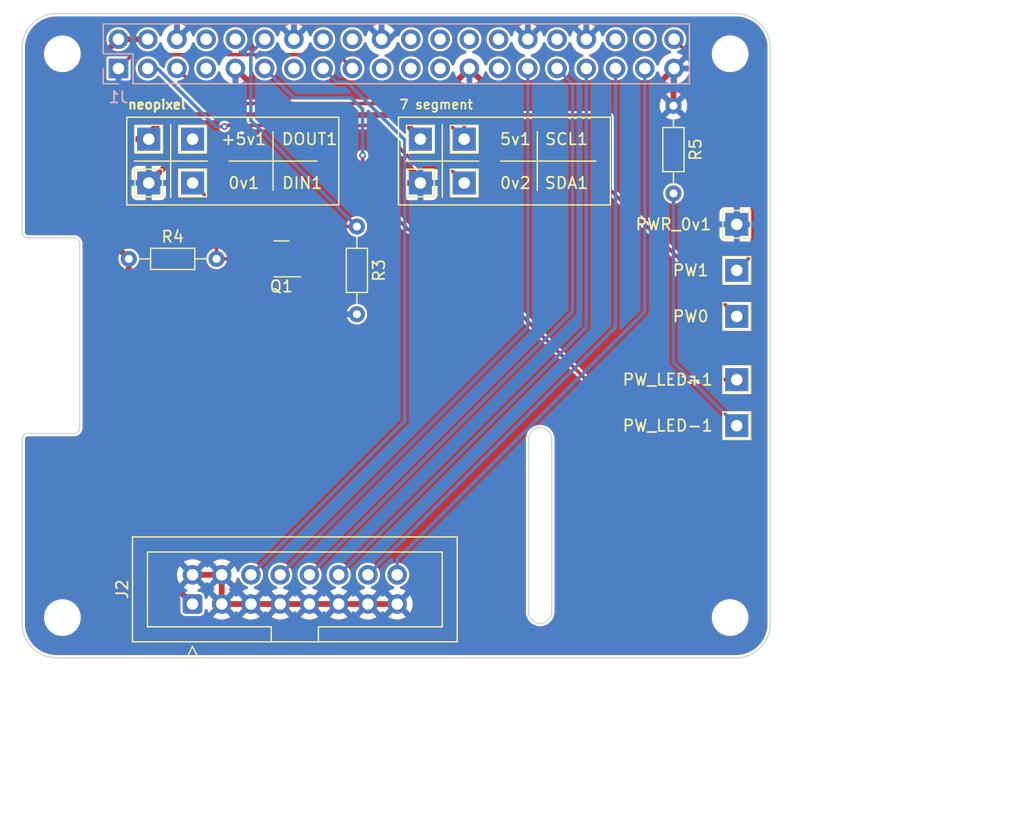
<source format=kicad_pcb>
(kicad_pcb (version 20221018) (generator pcbnew)
  (title_block (date "15 nov 2012"))
  (layers (0 "F.Cu" signal) (31 "B.Cu" signal) (36 "B.SilkS" user "B.Silkscreen") (37 "F.SilkS" user "F.Silkscreen") (38 "B.Mask" user) (39 "F.Mask" user) (44 "Edge.Cuts" user))
  (net 0 "")
  (net 1 "GND")
  (net 2 "/GPIO2{slash}SDA1")
  (net 3 "/GPIO3{slash}SCL1")
  (net 4 "/GPIO4{slash}GPCLK0")
  (net 5 "/GPIO14{slash}TXD0")
  (net 6 "/GPIO15{slash}RXD0")
  (net 7 "/GPIO17")
  (net 8 "/GPIO18{slash}PCM.CLK")
  (net 9 "/GPIO27")
  (net 10 "/GPIO22")
  (net 11 "/GPIO23")
  (net 12 "/GPIO24")
  (net 13 "/GPIO10{slash}SPI0.MOSI")
  (net 14 "/GPIO9{slash}SPI0.MISO")
  (net 15 "/GPIO25")
  (net 16 "/GPIO11{slash}SPI0.SCLK")
  (net 17 "/GPIO8{slash}SPI0.CE0")
  (net 18 "/GPIO7{slash}SPI0.CE1")
  (net 19 "/ID_SDA")
  (net 20 "/ID_SCL")
  (net 21 "/GPIO5")
  (net 22 "/GPIO6")
  (net 23 "/GPIO12{slash}PWM0")
  (net 24 "/GPIO13{slash}PWM1")
  (net 25 "/GPIO19{slash}PCM.FS")
  (net 26 "/GPIO16")
  (net 27 "/GPIO26")
  (net 28 "/GPIO20{slash}PCM.DIN")
  (net 29 "/GPIO21{slash}PCM.DOUT")
  (net 30 "+5V")
  (net 31 "+3V3")
  (net 32 "Net-(PW_LED-1-Pin_1)")
  (net 33 "/NPIXEL_DATA_IN")
  (net 34 "/NPIXEL_DATA_OUT")
  (footprint "MountingHole:MountingHole_2.7mm_M2.5" (layer "F.Cu") (at 161.5 47.5)
    (fp_text reference "MH2" hide)
    (fp_text value "MountingHole_2.7mm_M2.5" hide)
    (pad "" np_thru_hole circle locked (at 0 0) (size 2.7 2.7) (drill 2.7) (layers "*.Cu" "*.Mask"))
  )
  (footprint "Resistor_THT:R_Axial_DIN0204_L3.6mm_D1.6mm_P7.62mm_Horizontal" (layer "F.Cu") (at 129.08 62.51 -90)
    (fp_text reference "R3" (at 3.81 -1.92 90) (layer "F.SilkS"))
    (fp_text value "10k")
    (fp_line (start 0.94 0) (end 1.89 0) (stroke (width 0.12)) (layer "F.SilkS"))
    (fp_line (start 1.89 -0.92) (end 1.89 0.92) (stroke (width 0.12)) (layer "F.SilkS"))
    (fp_line (start 1.89 0.92) (end 5.73 0.92) (stroke (width 0.12)) (layer "F.SilkS"))
    (fp_line (start 5.73 -0.92) (end 1.89 -0.92) (stroke (width 0.12)) (layer "F.SilkS"))
    (fp_line (start 5.73 0.92) (end 5.73 -0.92) (stroke (width 0.12)) (layer "F.SilkS"))
    (fp_line (start 6.68 0) (end 5.73 0) (stroke (width 0.12)) (layer "F.SilkS"))
    (pad "1" thru_hole circle (at 0 0 270) (size 1.4 1.4) (drill 0.7) (layers "*.Cu" "*.Mask") (net 8 "/GPIO18{slash}PCM.CLK"))
    (pad "2" thru_hole oval (at 7.62 0 270) (size 1.4 1.4) (drill 0.7) (layers "*.Cu" "*.Mask") (net 31 "+3V3"))
  )
  (footprint "TestPoint:TestPoint_THTPad_2.0x2.0mm_Drill1.0mm" (layer "F.Cu") (at 114.81 58.725)
    (fp_text reference "DIN1" (at 9.525 0) (layer "F.SilkS"))
    (fp_text value "NPX DIN")
    (fp_line (start -1.2 -1.2) (end 1.2 -1.2) (stroke (width 0.12)) (layer "F.SilkS"))
    (fp_line (start -1.2 1.2) (end -1.2 -1.2) (stroke (width 0.12)) (layer "F.SilkS"))
    (fp_line (start 1.2 -1.2) (end 1.2 1.2) (stroke (width 0.12)) (layer "F.SilkS"))
    (fp_line (start 1.2 1.2) (end -1.2 1.2) (stroke (width 0.12)) (layer "F.SilkS"))
    (pad "1" thru_hole rect (at 0 0) (size 2 2) (drill 1) (layers "*.Cu" "*.Mask") (net 33 "/NPIXEL_DATA_IN"))
  )
  (footprint "Connector_IDC:IDC-Header_2x08_P2.54mm_Vertical" (layer "F.Cu") (at 114.8 95.32 90)
    (fp_text reference "J2" (at 1.27 -6.1 90) (layer "F.SilkS"))
    (fp_text value "Conn_01x16_Pin")
    (fp_line (start -4.68 -0.5) (end -4.68 0.5) (stroke (width 0.12)) (layer "F.SilkS"))
    (fp_line (start -4.68 0.5) (end -3.68 0) (stroke (width 0.12)) (layer "F.SilkS"))
    (fp_line (start -3.68 0) (end -4.68 -0.5) (stroke (width 0.12)) (layer "F.SilkS"))
    (fp_line (start -3.29 -5.21) (end 5.83 -5.21) (stroke (width 0.12)) (layer "F.SilkS"))
    (fp_line (start -3.29 6.84) (end -1.98 6.84) (stroke (width 0.12)) (layer "F.SilkS"))
    (fp_line (start -3.29 22.99) (end -3.29 -5.21) (stroke (width 0.12)) (layer "F.SilkS"))
    (fp_line (start -1.98 -3.91) (end 4.52 -3.91) (stroke (width 0.12)) (layer "F.SilkS"))
    (fp_line (start -1.98 6.84) (end -1.98 -3.91) (stroke (width 0.12)) (layer "F.SilkS"))
    (fp_line (start -1.98 10.94) (end -3.29 10.94) (stroke (width 0.12)) (layer "F.SilkS"))
    (fp_line (start -1.98 10.94) (end -1.98 10.94) (stroke (width 0.12)) (layer "F.SilkS"))
    (fp_line (start -1.98 21.69) (end -1.98 10.94) (stroke (width 0.12)) (layer "F.SilkS"))
    (fp_line (start 4.52 -3.91) (end 4.52 21.69) (stroke (width 0.12)) (layer "F.SilkS"))
    (fp_line (start 4.52 21.69) (end -1.98 21.69) (stroke (width 0.12)) (layer "F.SilkS"))
    (fp_line (start 5.83 -5.21) (end 5.83 22.99) (stroke (width 0.12)) (layer "F.SilkS"))
    (fp_line (start 5.83 22.99) (end -3.29 22.99) (stroke (width 0.12)) (layer "F.SilkS"))
    (pad "1" thru_hole roundrect (at 0 0 90) (size 1.7 1.7) (drill 1) (layers "*.Cu" "*.Mask") (roundrect_rratio 0.1470588235) (net 30 "+5V"))
    (pad "2" thru_hole circle (at 2.54 0 90) (size 1.7 1.7) (drill 1) (layers "*.Cu" "*.Mask") (net 1 "GND"))
    (pad "3" thru_hole circle (at 0 2.54 90) (size 1.7 1.7) (drill 1) (layers "*.Cu" "*.Mask") (net 1 "GND"))
    (pad "4" thru_hole circle (at 2.54 2.54 90) (size 1.7 1.7) (drill 1) (layers "*.Cu" "*.Mask") (net 1 "GND"))
    (pad "5" thru_hole circle (at 0 5.08 90) (size 1.7 1.7) (drill 1) (layers "*.Cu" "*.Mask") (net 1 "GND"))
    (pad "6" thru_hole circle (at 2.54 5.08 90) (size 1.7 1.7) (drill 1) (layers "*.Cu" "*.Mask") (net 10 "/GPIO22"))
    (pad "7" thru_hole circle (at 0 7.62 90) (size 1.7 1.7) (drill 1) (layers "*.Cu" "*.Mask") (net 1 "GND"))
    (pad "8" thru_hole circle (at 2.54 7.62 90) (size 1.7 1.7) (drill 1) (layers "*.Cu" "*.Mask") (net 21 "/GPIO5"))
    (pad "9" thru_hole circle (at 0 10.16 90) (size 1.7 1.7) (drill 1) (layers "*.Cu" "*.Mask") (net 1 "GND"))
    (pad "10" thru_hole circle (at 2.54 10.16 90) (size 1.7 1.7) (drill 1) (layers "*.Cu" "*.Mask") (net 22 "/GPIO6"))
    (pad "11" thru_hole circle (at 0 12.7 90) (size 1.7 1.7) (drill 1) (layers "*.Cu" "*.Mask") (net 1 "GND"))
    (pad "12" thru_hole circle (at 2.54 12.7 90) (size 1.7 1.7) (drill 1) (layers "*.Cu" "*.Mask") (net 24 "/GPIO13{slash}PWM1"))
    (pad "13" thru_hole circle (at 0 15.24 90) (size 1.7 1.7) (drill 1) (layers "*.Cu" "*.Mask") (net 1 "GND"))
    (pad "14" thru_hole circle (at 2.54 15.24 90) (size 1.7 1.7) (drill 1) (layers "*.Cu" "*.Mask") (net 25 "/GPIO19{slash}PCM.FS"))
    (pad "15" thru_hole circle (at 0 17.78 90) (size 1.7 1.7) (drill 1) (layers "*.Cu" "*.Mask") (net 1 "GND"))
    (pad "16" thru_hole circle (at 2.54 17.78 90) (size 1.7 1.7) (drill 1) (layers "*.Cu" "*.Mask") (net 27 "/GPIO26"))
  )
  (footprint "Resistor_THT:R_Axial_DIN0204_L3.6mm_D1.6mm_P7.62mm_Horizontal" (layer "F.Cu") (at 109.27 65.32)
    (fp_text reference "R4" (at 3.81 -1.92) (layer "F.SilkS"))
    (fp_text value "10k")
    (fp_line (start 0.94 0) (end 1.89 0) (stroke (width 0.12)) (layer "F.SilkS"))
    (fp_line (start 1.89 -0.92) (end 1.89 0.92) (stroke (width 0.12)) (layer "F.SilkS"))
    (fp_line (start 1.89 0.92) (end 5.73 0.92) (stroke (width 0.12)) (layer "F.SilkS"))
    (fp_line (start 5.73 -0.92) (end 1.89 -0.92) (stroke (width 0.12)) (layer "F.SilkS"))
    (fp_line (start 5.73 0.92) (end 5.73 -0.92) (stroke (width 0.12)) (layer "F.SilkS"))
    (fp_line (start 6.68 0) (end 5.73 0) (stroke (width 0.12)) (layer "F.SilkS"))
    (pad "1" thru_hole circle (at 0 0) (size 1.4 1.4) (drill 0.7) (layers "*.Cu" "*.Mask") (net 30 "+5V"))
    (pad "2" thru_hole oval (at 7.62 0) (size 1.4 1.4) (drill 0.7) (layers "*.Cu" "*.Mask") (net 33 "/NPIXEL_DATA_IN"))
  )
  (footprint "TestPoint:TestPoint_THTPad_2.0x2.0mm_Drill1.0mm" (layer "F.Cu") (at 134.595 58.725)
    (fp_text reference "0v2" (at 8.255 0) (layer "F.SilkS"))
    (fp_text value "7S 0v")
    (fp_line (start -1.2 -1.2) (end 1.2 -1.2) (stroke (width 0.12)) (layer "F.SilkS"))
    (fp_line (start -1.2 1.2) (end -1.2 -1.2) (stroke (width 0.12)) (layer "F.SilkS"))
    (fp_line (start 1.2 -1.2) (end 1.2 1.2) (stroke (width 0.12)) (layer "F.SilkS"))
    (fp_line (start 1.2 1.2) (end -1.2 1.2) (stroke (width 0.12)) (layer "F.SilkS"))
    (pad "1" thru_hole rect (at 0 0) (size 2 2) (drill 1) (layers "*.Cu" "*.Mask") (net 1 "GND"))
  )
  (footprint "TestPoint:TestPoint_THTPad_2.0x2.0mm_Drill1.0mm" (layer "F.Cu") (at 162.08 70.32)
    (fp_text reference "PW0" (at -4 0 180) (layer "F.SilkS"))
    (fp_text value "PW0")
    (fp_line (start -1.2 -1.2) (end 1.2 -1.2) (stroke (width 0.12)) (layer "F.SilkS"))
    (fp_line (start -1.2 1.2) (end -1.2 -1.2) (stroke (width 0.12)) (layer "F.SilkS"))
    (fp_line (start 1.2 -1.2) (end 1.2 1.2) (stroke (width 0.12)) (layer "F.SilkS"))
    (fp_line (start 1.2 1.2) (end -1.2 1.2) (stroke (width 0.12)) (layer "F.SilkS"))
    (pad "1" thru_hole rect (at 0 0) (size 2 2) (drill 1) (layers "*.Cu" "*.Mask") (net 3 "/GPIO3{slash}SCL1"))
  )
  (footprint "TestPoint:TestPoint_THTPad_2.0x2.0mm_Drill1.0mm" (layer "F.Cu") (at 162.08 66.32)
    (fp_text reference "PW1" (at -4 0 180) (layer "F.SilkS"))
    (fp_text value "PW1")
    (fp_line (start -1.2 -1.2) (end 1.2 -1.2) (stroke (width 0.12)) (layer "F.SilkS"))
    (fp_line (start -1.2 1.2) (end -1.2 -1.2) (stroke (width 0.12)) (layer "F.SilkS"))
    (fp_line (start 1.2 -1.2) (end 1.2 1.2) (stroke (width 0.12)) (layer "F.SilkS"))
    (fp_line (start 1.2 1.2) (end -1.2 1.2) (stroke (width 0.12)) (layer "F.SilkS"))
    (pad "1" thru_hole rect (at 0 0) (size 2 2) (drill 1) (layers "*.Cu" "*.Mask") (net 29 "/GPIO21{slash}PCM.DOUT"))
  )
  (footprint "TestPoint:TestPoint_THTPad_2.0x2.0mm_Drill1.0mm" (layer "F.Cu") (at 138.405 58.725)
    (fp_text reference "SDA1" (at 8.89 0) (layer "F.SilkS"))
    (fp_text value "7S SDA")
    (fp_line (start -1.2 -1.2) (end 1.2 -1.2) (stroke (width 0.12)) (layer "F.SilkS"))
    (fp_line (start -1.2 1.2) (end -1.2 -1.2) (stroke (width 0.12)) (layer "F.SilkS"))
    (fp_line (start 1.2 -1.2) (end 1.2 1.2) (stroke (width 0.12)) (layer "F.SilkS"))
    (fp_line (start 1.2 1.2) (end -1.2 1.2) (stroke (width 0.12)) (layer "F.SilkS"))
    (pad "1" thru_hole rect (at 0 0) (size 2 2) (drill 1) (layers "*.Cu" "*.Mask") (net 2 "/GPIO2{slash}SDA1"))
  )
  (footprint "TestPoint:TestPoint_THTPad_2.0x2.0mm_Drill1.0mm" (layer "F.Cu") (at 134.595 54.915)
    (fp_text reference "5v1" (at 8.255 0) (layer "F.SilkS"))
    (fp_text value "7S +5v")
    (fp_line (start -1.2 -1.2) (end 1.2 -1.2) (stroke (width 0.12)) (layer "F.SilkS"))
    (fp_line (start -1.2 1.2) (end -1.2 -1.2) (stroke (width 0.12)) (layer "F.SilkS"))
    (fp_line (start 1.2 -1.2) (end 1.2 1.2) (stroke (width 0.12)) (layer "F.SilkS"))
    (fp_line (start 1.2 1.2) (end -1.2 1.2) (stroke (width 0.12)) (layer "F.SilkS"))
    (pad "1" thru_hole rect (at 0 0) (size 2 2) (drill 1) (layers "*.Cu" "*.Mask") (net 30 "+5V"))
  )
  (footprint "TestPoint:TestPoint_THTPad_2.0x2.0mm_Drill1.0mm" (layer "F.Cu") (at 162.08 79.82)
    (fp_text reference "PW_LED-1" (at -6 0 180) (layer "F.SilkS"))
    (fp_text value "Power LED-")
    (fp_line (start -1.2 -1.2) (end 1.2 -1.2) (stroke (width 0.12)) (layer "F.SilkS"))
    (fp_line (start -1.2 1.2) (end -1.2 -1.2) (stroke (width 0.12)) (layer "F.SilkS"))
    (fp_line (start 1.2 -1.2) (end 1.2 1.2) (stroke (width 0.12)) (layer "F.SilkS"))
    (fp_line (start 1.2 1.2) (end -1.2 1.2) (stroke (width 0.12)) (layer "F.SilkS"))
    (pad "1" thru_hole rect (at 0 0) (size 2 2) (drill 1) (layers "*.Cu" "*.Mask") (net 32 "Net-(PW_LED-1-Pin_1)"))
  )
  (footprint "MountingHole:MountingHole_2.7mm_M2.5" (layer "F.Cu") (at 103.5 96.5)
    (fp_text reference "MH3" hide)
    (fp_text value "MountingHole_2.7mm_M2.5" hide)
    (pad "" np_thru_hole circle locked (at 0 0) (size 2.7 2.7) (drill 2.7) (layers "*.Cu" "*.Mask"))
  )
  (footprint "MountingHole:MountingHole_2.7mm_M2.5" (layer "F.Cu") (at 103.5 47.5)
    (fp_text reference "MH1" hide)
    (fp_text value "MountingHole_2.7mm_M2.5" hide)
    (pad "" np_thru_hole circle locked (at 0 0) (size 2.7 2.7) (drill 2.7) (layers "*.Cu" "*.Mask"))
  )
  (footprint "Package_TO_SOT_SMD:SOT-23" (layer "F.Cu") (at 122.5175 65.32 180)
    (fp_text reference "Q1" (at 0 -2.4) (layer "F.SilkS"))
    (fp_text value "BSS138")
    (fp_line (start 0 -1.56) (end -1.675 -1.56) (stroke (width 0.12)) (layer "F.SilkS"))
    (fp_line (start 0 -1.56) (end 0.65 -1.56) (stroke (width 0.12)) (layer "F.SilkS"))
    (fp_line (start 0 1.56) (end -0.65 1.56) (stroke (width 0.12)) (layer "F.SilkS"))
    (fp_line (start 0 1.56) (end 0.65 1.56) (stroke (width 0.12)) (layer "F.SilkS"))
    (pad "1" smd roundrect (at -0.9375 -0.95 180) (size 1.475 0.6) (layers "F.Cu" "F.Paste" "F.Mask") (net 31 "+3V3"))
    (pad "2" smd roundrect (at -0.9375 0.95 180) (size 1.475 0.6) (layers "F.Cu" "F.Paste" "F.Mask") (net 8 "/GPIO18{slash}PCM.CLK"))
    (pad "3" smd roundrect (at 0.9375 0 180) (size 1.475 0.6) (layers "F.Cu" "F.Paste" "F.Mask") (net 33 "/NPIXEL_DATA_IN"))
  )
  (footprint "TestPoint:TestPoint_THTPad_2.0x2.0mm_Drill1.0mm" (layer "F.Cu") (at 162.08 62.32)
    (fp_text reference "PWR_0v1" (at -5.5 0 180) (layer "F.SilkS"))
    (fp_text value "PWR 0v")
    (fp_line (start -1.2 -1.2) (end 1.2 -1.2) (stroke (width 0.12)) (layer "F.SilkS"))
    (fp_line (start -1.2 1.2) (end -1.2 -1.2) (stroke (width 0.12)) (layer "F.SilkS"))
    (fp_line (start 1.2 -1.2) (end 1.2 1.2) (stroke (width 0.12)) (layer "F.SilkS"))
    (fp_line (start 1.2 1.2) (end -1.2 1.2) (stroke (width 0.12)) (layer "F.SilkS"))
    (pad "1" thru_hole rect (at 0 0) (size 2 2) (drill 1) (layers "*.Cu" "*.Mask") (net 1 "GND"))
  )
  (footprint "TestPoint:TestPoint_THTPad_2.0x2.0mm_Drill1.0mm" (layer "F.Cu") (at 114.81 54.915)
    (fp_text reference "DOUT1" (at 10.16 0) (layer "F.SilkS"))
    (fp_text value "NPX DOUT")
    (fp_line (start -1.2 -1.2) (end 1.2 -1.2) (stroke (width 0.12)) (layer "F.SilkS"))
    (fp_line (start -1.2 1.2) (end -1.2 -1.2) (stroke (width 0.12)) (layer "F.SilkS"))
    (fp_line (start 1.2 -1.2) (end 1.2 1.2) (stroke (width 0.12)) (layer "F.SilkS"))
    (fp_line (start 1.2 1.2) (end -1.2 1.2) (stroke (width 0.12)) (layer "F.SilkS"))
    (pad "1" thru_hole rect (at 0 0) (size 2 2) (drill 1) (layers "*.Cu" "*.Mask") (net 34 "/NPIXEL_DATA_OUT"))
  )
  (footprint "TestPoint:TestPoint_THTPad_2.0x2.0mm_Drill1.0mm" (layer "F.Cu") (at 111 58.725)
    (fp_text reference "0v1" (at 8.255 0) (layer "F.SilkS"))
    (fp_text value "NPX 0v")
    (fp_line (start -1.2 -1.2) (end 1.2 -1.2) (stroke (width 0.12)) (layer "F.SilkS"))
    (fp_line (start -1.2 1.2) (end -1.2 -1.2) (stroke (width 0.12)) (layer "F.SilkS"))
    (fp_line (start 1.2 -1.2) (end 1.2 1.2) (stroke (width 0.12)) (layer "F.SilkS"))
    (fp_line (start 1.2 1.2) (end -1.2 1.2) (stroke (width 0.12)) (layer "F.SilkS"))
    (pad "1" thru_hole rect (at 0 0) (size 2 2) (drill 1) (layers "*.Cu" "*.Mask") (net 1 "GND"))
  )
  (footprint "TestPoint:TestPoint_THTPad_2.0x2.0mm_Drill1.0mm" (layer "F.Cu") (at 138.405 54.915)
    (fp_text reference "SCL1" (at 8.89 0) (layer "F.SilkS"))
    (fp_text value "7S SCL")
    (fp_line (start -1.2 -1.2) (end 1.2 -1.2) (stroke (width 0.12)) (layer "F.SilkS"))
    (fp_line (start -1.2 1.2) (end -1.2 -1.2) (stroke (width 0.12)) (layer "F.SilkS"))
    (fp_line (start 1.2 -1.2) (end 1.2 1.2) (stroke (width 0.12)) (layer "F.SilkS"))
    (fp_line (start 1.2 1.2) (end -1.2 1.2) (stroke (width 0.12)) (layer "F.SilkS"))
    (pad "1" thru_hole rect (at 0 0) (size 2 2) (drill 1) (layers "*.Cu" "*.Mask") (net 3 "/GPIO3{slash}SCL1"))
  )
  (footprint "MountingHole:MountingHole_2.7mm_M2.5" (layer "F.Cu") (at 161.5 96.5)
    (fp_text reference "MH4" hide)
    (fp_text value "MountingHole_2.7mm_M2.5" hide)
    (pad "" np_thru_hole circle locked (at 0 0) (size 2.7 2.7) (drill 2.7) (layers "*.Cu" "*.Mask"))
  )
  (footprint "TestPoint:TestPoint_THTPad_2.0x2.0mm_Drill1.0mm" (layer "F.Cu") (at 111 54.915)
    (fp_text reference "+5v1" (at 8.255 0) (layer "F.SilkS"))
    (fp_text value "NPX +5v")
    (fp_line (start -1.2 -1.2) (end 1.2 -1.2) (stroke (width 0.12)) (layer "F.SilkS"))
    (fp_line (start -1.2 1.2) (end -1.2 -1.2) (stroke (width 0.12)) (layer "F.SilkS"))
    (fp_line (start 1.2 -1.2) (end 1.2 1.2) (stroke (width 0.12)) (layer "F.SilkS"))
    (fp_line (start 1.2 1.2) (end -1.2 1.2) (stroke (width 0.12)) (layer "F.SilkS"))
    (pad "1" thru_hole rect (at 0 0) (size 2 2) (drill 1) (layers "*.Cu" "*.Mask") (net 30 "+5V"))
  )
  (footprint "TestPoint:TestPoint_THTPad_2.0x2.0mm_Drill1.0mm" (layer "F.Cu") (at 162.08 75.82)
    (fp_text reference "PW_LED+1" (at -6 0) (layer "F.SilkS"))
    (fp_text value "Power LED+")
    (fp_line (start -1.2 -1.2) (end 1.2 -1.2) (stroke (width 0.12)) (layer "F.SilkS"))
    (fp_line (start -1.2 1.2) (end -1.2 -1.2) (stroke (width 0.12)) (layer "F.SilkS"))
    (fp_line (start 1.2 -1.2) (end 1.2 1.2) (stroke (width 0.12)) (layer "F.SilkS"))
    (fp_line (start 1.2 1.2) (end -1.2 1.2) (stroke (width 0.12)) (layer "F.SilkS"))
    (pad "1" thru_hole rect (at 0 0) (size 2 2) (drill 1) (layers "*.Cu" "*.Mask") (net 7 "/GPIO17"))
  )
  (footprint "Resistor_THT:R_Axial_DIN0204_L3.6mm_D1.6mm_P7.62mm_Horizontal" (layer "F.Cu") (at 156.58 52.01 -90)
    (fp_text reference "R5" (at 3.81 -1.92 -270) (layer "F.SilkS"))
    (fp_text value "220")
    (fp_line (start 0.94 0) (end 1.89 0) (stroke (width 0.12)) (layer "F.SilkS"))
    (fp_line (start 1.89 -0.92) (end 1.89 0.92) (stroke (width 0.12)) (layer "F.SilkS"))
    (fp_line (start 1.89 0.92) (end 5.73 0.92) (stroke (width 0.12)) (layer "F.SilkS"))
    (fp_line (start 5.73 -0.92) (end 1.89 -0.92) (stroke (width 0.12)) (layer "F.SilkS"))
    (fp_line (start 5.73 0.92) (end 5.73 -0.92) (stroke (width 0.12)) (layer "F.SilkS"))
    (fp_line (start 6.68 0) (end 5.73 0) (stroke (width 0.12)) (layer "F.SilkS"))
    (pad "1" thru_hole circle (at 0 0 270) (size 1.4 1.4) (drill 0.7) (layers "*.Cu" "*.Mask") (net 1 "GND"))
    (pad "2" thru_hole oval (at 7.62 0 270) (size 1.4 1.4) (drill 0.7) (layers "*.Cu" "*.Mask") (net 32 "Net-(PW_LED-1-Pin_1)"))
  )
  (footprint "Connector_PinSocket_2.54mm:PinSocket_2x20_P2.54mm_Vertical" (layer "B.Cu") (at 108.37 48.77 -90)
    (fp_text reference "J1" (at 2.5 0) (layer "B.SilkS") (effects (justify mirror)))
    (fp_text value "GPIO")
    (fp_line (start -3.87 -49.59) (end 1.33 -49.59) (stroke (width 0.12)) (layer "B.SilkS"))
    (fp_line (start -3.87 1.33) (end -3.87 -49.59) (stroke (width 0.12)) (layer "B.SilkS"))
    (fp_line (start -3.87 1.33) (end -1.27 1.33) (stroke (width 0.12)) (layer "B.SilkS"))
    (fp_line (start -1.27 -1.27) (end 1.33 -1.27) (stroke (width 0.12)) (layer "B.SilkS"))
    (fp_line (start -1.27 1.33) (end -1.27 -1.27) (stroke (width 0.12)) (layer "B.SilkS"))
    (fp_line (start 0 1.33) (end 1.33 1.33) (stroke (width 0.12)) (layer "B.SilkS"))
    (fp_line (start 1.33 -1.27) (end 1.33 -49.59) (stroke (width 0.12)) (layer "B.SilkS"))
    (fp_line (start 1.33 1.33) (end 1.33 0) (stroke (width 0.12)) (layer "B.SilkS"))
    (pad "1" thru_hole rect (at 0 0 270) (size 1.7 1.7) (drill 1) (layers "*.Cu" "*.Mask") (net 31 "+3V3"))
    (pad "2" thru_hole oval (at -2.54 0 270) (size 1.7 1.7) (drill 1) (layers "*.Cu" "*.Mask") (net 30 "+5V"))
    (pad "3" thru_hole oval (at 0 -2.54 270) (size 1.7 1.7) (drill 1) (layers "*.Cu" "*.Mask") (net 2 "/GPIO2{slash}SDA1"))
    (pad "4" thru_hole oval (at -2.54 -2.54 270) (size 1.7 1.7) (drill 1) (layers "*.Cu" "*.Mask") (net 30 "+5V"))
    (pad "5" thru_hole oval (at 0 -5.08 270) (size 1.7 1.7) (drill 1) (layers "*.Cu" "*.Mask") (net 3 "/GPIO3{slash}SCL1"))
    (pad "6" thru_hole oval (at -2.54 -5.08 270) (size 1.7 1.7) (drill 1) (layers "*.Cu" "*.Mask") (net 1 "GND"))
    (pad "7" thru_hole oval (at 0 -7.62 270) (size 1.7 1.7) (drill 1) (layers "*.Cu" "*.Mask") (net 4 "/GPIO4{slash}GPCLK0"))
    (pad "8" thru_hole oval (at -2.54 -7.62 270) (size 1.7 1.7) (drill 1) (layers "*.Cu" "*.Mask") (net 5 "/GPIO14{slash}TXD0"))
    (pad "9" thru_hole oval (at 0 -10.16 270) (size 1.7 1.7) (drill 1) (layers "*.Cu" "*.Mask") (net 1 "GND"))
    (pad "10" thru_hole oval (at -2.54 -10.16 270) (size 1.7 1.7) (drill 1) (layers "*.Cu" "*.Mask") (net 6 "/GPIO15{slash}RXD0"))
    (pad "11" thru_hole oval (at 0 -12.7 270) (size 1.7 1.7) (drill 1) (layers "*.Cu" "*.Mask") (net 7 "/GPIO17"))
    (pad "12" thru_hole oval (at -2.54 -12.7 270) (size 1.7 1.7) (drill 1) (layers "*.Cu" "*.Mask") (net 8 "/GPIO18{slash}PCM.CLK"))
    (pad "13" thru_hole oval (at 0 -15.24 270) (size 1.7 1.7) (drill 1) (layers "*.Cu" "*.Mask") (net 9 "/GPIO27"))
    (pad "14" thru_hole oval (at -2.54 -15.24 270) (size 1.7 1.7) (drill 1) (layers "*.Cu" "*.Mask") (net 1 "GND"))
    (pad "15" thru_hole oval (at 0 -17.78 270) (size 1.7 1.7) (drill 1) (layers "*.Cu" "*.Mask") (net 10 "/GPIO22"))
    (pad "16" thru_hole oval (at -2.54 -17.78 270) (size 1.7 1.7) (drill 1) (layers "*.Cu" "*.Mask") (net 11 "/GPIO23"))
    (pad "17" thru_hole oval (at 0 -20.32 270) (size 1.7 1.7) (drill 1) (layers "*.Cu" "*.Mask") (net 31 "+3V3"))
    (pad "18" thru_hole oval (at -2.54 -20.32 270) (size 1.7 1.7) (drill 1) (layers "*.Cu" "*.Mask") (net 12 "/GPIO24"))
    (pad "19" thru_hole oval (at 0 -22.86 270) (size 1.7 1.7) (drill 1) (layers "*.Cu" "*.Mask") (net 13 "/GPIO10{slash}SPI0.MOSI"))
    (pad "20" thru_hole oval (at -2.54 -22.86 270) (size 1.7 1.7) (drill 1) (layers "*.Cu" "*.Mask") (net 1 "GND"))
    (pad "21" thru_hole oval (at 0 -25.4 270) (size 1.7 1.7) (drill 1) (layers "*.Cu" "*.Mask") (net 14 "/GPIO9{slash}SPI0.MISO"))
    (pad "22" thru_hole oval (at -2.54 -25.4 270) (size 1.7 1.7) (drill 1) (layers "*.Cu" "*.Mask") (net 15 "/GPIO25"))
    (pad "23" thru_hole oval (at 0 -27.94 270) (size 1.7 1.7) (drill 1) (layers "*.Cu" "*.Mask") (net 16 "/GPIO11{slash}SPI0.SCLK"))
    (pad "24" thru_hole oval (at -2.54 -27.94 270) (size 1.7 1.7) (drill 1) (layers "*.Cu" "*.Mask") (net 17 "/GPIO8{slash}SPI0.CE0"))
    (pad "25" thru_hole oval (at 0 -30.48 270) (size 1.7 1.7) (drill 1) (layers "*.Cu" "*.Mask") (net 1 "GND"))
    (pad "26" thru_hole oval (at -2.54 -30.48 270) (size 1.7 1.7) (drill 1) (layers "*.Cu" "*.Mask") (net 18 "/GPIO7{slash}SPI0.CE1"))
    (pad "27" thru_hole oval (at 0 -33.02 270) (size 1.7 1.7) (drill 1) (layers "*.Cu" "*.Mask") (net 19 "/ID_SDA"))
    (pad "28" thru_hole oval (at -2.54 -33.02 270) (size 1.7 1.7) (drill 1) (layers "*.Cu" "*.Mask") (net 20 "/ID_SCL"))
    (pad "29" thru_hole oval (at 0 -35.56 270) (size 1.7 1.7) (drill 1) (layers "*.Cu" "*.Mask") (net 21 "/GPIO5"))
    (pad "30" thru_hole oval (at -2.54 -35.56 270) (size 1.7 1.7) (drill 1) (layers "*.Cu" "*.Mask") (net 1 "GND"))
    (pad "31" thru_hole oval (at 0 -38.1 270) (size 1.7 1.7) (drill 1) (layers "*.Cu" "*.Mask") (net 22 "/GPIO6"))
    (pad "32" thru_hole oval (at -2.54 -38.1 270) (size 1.7 1.7) (drill 1) (layers "*.Cu" "*.Mask") (net 23 "/GPIO12{slash}PWM0"))
    (pad "33" thru_hole oval (at 0 -40.64 270) (size 1.7 1.7) (drill 1) (layers "*.Cu" "*.Mask") (net 24 "/GPIO13{slash}PWM1"))
    (pad "34" thru_hole oval (at -2.54 -40.64 270) (size 1.7 1.7) (drill 1) (layers "*.Cu" "*.Mask") (net 1 "GND"))
    (pad "35" thru_hole oval (at 0 -43.18 270) (size 1.7 1.7) (drill 1) (layers "*.Cu" "*.Mask") (net 25 "/GPIO19{slash}PCM.FS"))
    (pad "36" thru_hole oval (at -2.54 -43.18 270) (size 1.7 1.7) (drill 1) (layers "*.Cu" "*.Mask") (net 26 "/GPIO16"))
    (pad "37" thru_hole oval (at 0 -45.72 270) (size 1.7 1.7) (drill 1) (layers "*.Cu" "*.Mask") (net 27 "/GPIO26"))
    (pad "38" thru_hole oval (at -2.54 -45.72 270) (size 1.7 1.7) (drill 1) (layers "*.Cu" "*.Mask") (net 28 "/GPIO20{slash}PCM.DIN"))
    (pad "39" thru_hole oval (at 0 -48.26 270) (size 1.7 1.7) (drill 1) (layers "*.Cu" "*.Mask") (net 1 "GND"))
    (pad "40" thru_hole oval (at -2.54 -48.26 270) (size 1.7 1.7) (drill 1) (layers "*.Cu" "*.Mask") (net 29 "/GPIO21{slash}PCM.DOUT"))
  )
  (gr_line (start 121.795 54.28) (end 121.795 59.36) (stroke (width 0.12)) (layer "F.SilkS"))
  (gr_rect (start 109.095 53.01) (end 127.51 60.63) (stroke (width 0.12)) (fill none) (layer "F.SilkS"))
  (gr_line (start 136.5 53.645) (end 136.5 59.995) (stroke (width 0.12)) (layer "F.SilkS"))
  (gr_line (start 117.985 56.82) (end 125.605 56.82) (stroke (width 0.12)) (layer "F.SilkS"))
  (gr_line (start 141.58 56.82) (end 149.835 56.82) (stroke (width 0.12)) (layer "F.SilkS"))
  (gr_line (start 133.325 56.82) (end 139.675 56.82) (stroke (width 0.12)) (layer "F.SilkS"))
  (gr_line (start 112.905 53.645) (end 112.905 59.995) (stroke (width 0.12)) (layer "F.SilkS"))
  (gr_line (start 109.73 56.82) (end 116.08 56.82) (stroke (width 0.12)) (layer "F.SilkS"))
  (gr_line (start 144.755 54.28) (end 144.755 59.36) (stroke (width 0.12)) (layer "F.SilkS"))
  (gr_rect (start 132.69 53.01) (end 151.105 60.63) (stroke (width 0.12)) (fill none) (layer "F.SilkS"))
  (gr_arc (start 100.5 63.5) (mid 100.146447 63.353553) (end 100 63) (stroke (width 0.1)) (layer "Edge.Cuts"))
  (gr_arc (start 162 44) (mid 164.12132 44.87868) (end 165 47) (stroke (width 0.1)) (layer "Edge.Cuts"))
  (gr_line (start 165 97) (end 165 47) (stroke (width 0.1)) (layer "Edge.Cuts"))
  (gr_line (start 100 47) (end 100 63) (stroke (width 0.1)) (layer "Edge.Cuts"))
  (gr_line (start 146 81) (end 146 96) (stroke (width 0.1)) (layer "Edge.Cuts"))
  (gr_line (start 144 96) (end 144 81) (stroke (width 0.1)) (layer "Edge.Cuts"))
  (gr_arc (start 103 100) (mid 100.87868 99.12132) (end 100 97) (stroke (width 0.1)) (layer "Edge.Cuts"))
  (gr_line (start 103 100) (end 162 100) (stroke (width 0.1)) (layer "Edge.Cuts"))
  (gr_line (start 104.5 80.5) (end 100.5 80.5) (stroke (width 0.1)) (layer "Edge.Cuts"))
  (gr_arc (start 144 81) (mid 145 80) (end 146 81) (stroke (width 0.1)) (layer "Edge.Cuts"))
  (gr_arc (start 100 81) (mid 100.146138 80.646755) (end 100.499127 80.500001) (stroke (width 0.1)) (layer "Edge.Cuts"))
  (gr_arc (start 165 97) (mid 164.12132 99.12132) (end 162 100) (stroke (width 0.1)) (layer "Edge.Cuts"))
  (gr_line (start 105 64) (end 105 80) (stroke (width 0.1)) (layer "Edge.Cuts"))
  (gr_arc (start 100 47) (mid 100.87868 44.87868) (end 103 44) (stroke (width 0.1)) (layer "Edge.Cuts"))
  (gr_arc (start 146 96) (mid 145 97) (end 144 96) (stroke (width 0.1)) (layer "Edge.Cuts"))
  (gr_line (start 100 81) (end 100 97) (stroke (width 0.1)) (layer "Edge.Cuts"))
  (gr_line (start 100.5 63.5) (end 104.5 63.5) (stroke (width 0.1)) (layer "Edge.Cuts"))
  (gr_arc (start 105 80) (mid 104.853553 80.353553) (end 104.5 80.5) (stroke (width 0.1)) (layer "Edge.Cuts"))
  (gr_arc (start 104.5 63.5) (mid 104.853553 63.646447) (end 105 64) (stroke (width 0.1)) (layer "Edge.Cuts"))
  (gr_line (start 162 44) (end 103 44) (stroke (width 0.1)) (layer "Edge.Cuts"))
  (gr_text "7 segment" (at 132.69 52.375) (layer "F.SilkS") (effects (font (size 0.8 0.8)) (justify left bottom)))
  (gr_text "neopixel" (at 109.095 52.375) (layer "F.SilkS") (effects (font (size 0.8 0.8) (thickness 0.1875) bold) (justify left bottom)))
  (segment (start 132.58 95.32) (end 130.04 95.32) (width 0.5) (layer "F.Cu") (net 1))
  (segment (start 162.08 57.51) (end 156.58 52.01) (width 0.5) (layer "F.Cu") (net 1))
  (segment (start 117.34 92.78) (end 117.34 95.32) (width 0.5) (layer "F.Cu") (net 1))
  (segment (start 156.58 52.01) (end 156.58 48.82) (width 0.5) (layer "F.Cu") (net 1))
  (segment (start 119.83 50.07) (end 118.53 48.77) (width 0.5) (layer "F.Cu") (net 1))
  (segment (start 127.5 95.32) (end 130.04 95.32) (width 0.5) (layer "F.Cu") (net 1))
  (segment (start 137.55 50.07) (end 119.83 50.07) (width 0.5) (layer "F.Cu") (net 1))
  (segment (start 140.15 50.07) (end 155.33 50.07) (width 0.5) (layer "F.Cu") (net 1))
  (segment (start 124.96 95.32) (end 122.42 95.32) (width 0.5) (layer "F.Cu") (net 1))
  (segment (start 130.58 54.32) (end 119.215 54.32) (width 0.5) (layer "F.Cu") (net 1))
  (segment (start 116.26 57.275) (end 112.45 57.275) (width 0.5) (layer "F.Cu") (net 1))
  (segment (start 117.34 95.32) (end 119.88 95.32) (width 0.5) (layer "F.Cu") (net 1))
  (segment (start 138.85 48.77) (end 140.15 50.07) (width 0.5) (layer "F.Cu") (net 1))
  (segment (start 162.08 62.32) (end 162.08 57.51) (width 0.5) (layer "F.Cu") (net 1))
  (segment (start 134.595 58.335) (end 130.58 54.32) (width 0.5) (layer "F.Cu") (net 1))
  (segment (start 138.85 48.77) (end 137.55 50.07) (width 0.5) (layer "F.Cu") (net 1))
  (segment (start 114.8 92.78) (end 111.087868 89.067868) (width 0.5) (layer "F.Cu") (net 1))
  (segment (start 124.96 95.32) (end 127.5 95.32) (width 0.5) (layer "F.Cu") (net 1))
  (segment (start 156.58 48.82) (end 156.63 48.77) (width 0.5) (layer "F.Cu") (net 1))
  (segment (start 112.45 57.275) (end 111 58.725) (width 0.5) (layer "F.Cu") (net 1))
  (segment (start 122.42 95.32) (end 119.88 95.32) (width 0.5) (layer "F.Cu") (net 1))
  (segment (start 134.595 58.725) (end 134.595 58.335) (width 0.5) (layer "F.Cu") (net 1))
  (segment (start 155.33 50.07) (end 156.63 48.77) (width 0.5) (layer "F.Cu") (net 1))
  (segment (start 114.8 92.78) (end 117.34 92.78) (width 0.5) (layer "F.Cu") (net 1))
  (segment (start 111 88.855736) (end 111 58.725) (width 0.5) (layer "F.Cu") (net 1))
  (segment (start 119.215 54.32) (end 116.26 57.275) (width 0.5) (layer "F.Cu") (net 1))
  (via (at 119.08 54.37) (size 0.6) (drill 0.3) (layers "F.Cu" "B.Cu") (net 1))
  (arc (start 111.087868 89.067868) (mid 111.022836 88.970541) (end 111 88.855736) (width 0.5) (layer "F.Cu") (net 1))
  (segment (start 118.53 48.77) (end 118.53 53.77) (width 0.5) (layer "B.Cu") (net 1))
  (segment (start 150.31 44.93) (end 157.168478 44.93) (width 0.5) (layer "B.Cu") (net 1))
  (segment (start 133.231522 44.93) (end 142.63 44.93) (width 0.5) (layer "B.Cu") (net 1))
  (segment (start 122.31 44.93) (end 123.61 46.23) (width 0.5) (layer "B.Cu") (net 1))
  (segment (start 118.53 53.77) (end 119.08 54.32) (width 0.5) (layer "B.Cu") (net 1))
  (segment (start 145.23 44.93) (end 147.71 44.93) (width 0.5) (layer "B.Cu") (net 1))
  (segment (start 149.01 46.23) (end 150.31 44.93) (width 0.5) (layer "B.Cu") (net 1))
  (segment (start 131.931522 46.23) (end 133.231522 44.93) (width 0.5) (layer "B.Cu") (net 1))
  (segment (start 158.08 47.32) (end 156.63 48.77) (width 0.5) (layer "B.Cu") (net 1))
  (segment (start 114.75 44.93) (end 122.31 44.93) (width 0.5) (layer "B.Cu") (net 1))
  (segment (start 147.71 44.93) (end 149.01 46.23) (width 0.5) (layer "B.Cu") (net 1))
  (segment (start 123.61 46.23) (end 124.91 44.93) (width 0.5) (layer "B.Cu") (net 1))
  (segment (start 119.08 54.32) (end 119.08 54.37) (width 0.5) (layer "B.Cu") (net 1))
  (segment (start 157.168478 44.93) (end 158.08 45.841522) (width 0.5) (layer "B.Cu") (net 1))
  (segment (start 131.23 46.23) (end 131.931522 46.23) (width 0.5) (layer "B.Cu") (net 1))
  (segment (start 143.93 46.23) (end 145.23 44.93) (width 0.5) (layer "B.Cu") (net 1))
  (segment (start 124.91 44.93) (end 129.93 44.93) (width 0.5) (layer "B.Cu") (net 1))
  (segment (start 158.08 45.841522) (end 158.08 47.32) (width 0.5) (layer "B.Cu") (net 1))
  (segment (start 142.63 44.93) (end 143.93 46.23) (width 0.5) (layer "B.Cu") (net 1))
  (segment (start 113.45 46.23) (end 114.75 44.93) (width 0.5) (layer "B.Cu") (net 1))
  (segment (start 129.93 44.93) (end 131.23 46.23) (width 0.5) (layer "B.Cu") (net 1))
  (segment (start 117.68 53.72) (end 117.58 53.82) (width 0.3) (layer "F.Cu") (net 2))
  (segment (start 130.828528 53.72) (end 117.68 53.72) (width 0.3) (layer "F.Cu") (net 2))
  (segment (start 137.055 57.375) (end 134.483528 57.375) (width 0.3) (layer "F.Cu") (net 2))
  (segment (start 138.405 58.725) (end 137.055 57.375) (width 0.3) (layer "F.Cu") (net 2))
  (segment (start 134.483528 57.375) (end 130.828528 53.72) (width 0.3) (layer "F.Cu") (net 2))
  (via (at 117.58 53.82) (size 0.6) (drill 0.3) (layers "F.Cu" "B.Cu") (net 2))
  (segment (start 111.752943 48.77) (end 110.91 48.77) (width 0.3) (layer "B.Cu") (net 2))
  (segment (start 116.802943 53.82) (end 111.752943 48.77) (width 0.3) (layer "B.Cu") (net 2))
  (segment (start 117.58 53.82) (end 116.802943 53.82) (width 0.3) (layer "B.Cu") (net 2))
  (segment (start 151.08 59.195736) (end 151.08 53.12) (width 0.3) (layer "F.Cu") (net 3))
  (segment (start 138.405 54.915) (end 135.31 51.82) (width 0.3) (layer "F.Cu") (net 3))
  (segment (start 162.08 70.32) (end 151.167868 59.407868) (width 0.3) (layer "F.Cu") (net 3))
  (segment (start 139.08 52.82) (end 138.405 53.495) (width 0.3) (layer "F.Cu") (net 3))
  (segment (start 138.405 53.495) (end 138.405 54.915) (width 0.3) (layer "F.Cu") (net 3))
  (segment (start 135.31 51.82) (end 116.5 51.82) (width 0.3) (layer "F.Cu") (net 3))
  (segment (start 150.78 52.82) (end 139.08 52.82) (width 0.3) (layer "F.Cu") (net 3))
  (segment (start 116.5 51.82) (end 113.45 48.77) (width 0.3) (layer "F.Cu") (net 3))
  (arc (start 151.08 59.195736) (mid 151.102836 59.310541) (end 151.167868 59.407868) (width 0.3) (layer "F.Cu") (net 3))
  (arc (start 151.08 53.12) (mid 150.992132 52.907868) (end 150.78 52.82) (width 0.3) (layer "F.Cu") (net 3))
  (segment (start 135.865736 62.82) (end 133.704264 62.82) (width 0.3) (layer "F.Cu") (net 7))
  (segment (start 129.58 58.695736) (end 129.58 56.32) (width 0.3) (layer "F.Cu") (net 7))
  (segment (start 133.492132 62.732132) (end 129.667868 58.907868) (width 0.3) (layer "F.Cu") (net 7))
  (segment (start 162.08 75.82) (end 149.114264 75.82) (width 0.3) (layer "F.Cu") (net 7))
  (segment (start 148.902132 75.732132) (end 136.077868 62.907868) (width 0.3) (layer "F.Cu") (net 7))
  (via (at 129.58 56.32) (size 0.6) (drill 0.3) (layers "F.Cu" "B.Cu") (net 7))
  (arc (start 136.077868 62.907868) (mid 135.980541 62.842836) (end 135.865736 62.82) (width 0.3) (layer "F.Cu") (net 7))
  (arc (start 133.492132 62.732132) (mid 133.589459 62.797164) (end 133.704264 62.82) (width 0.3) (layer "F.Cu") (net 7))
  (arc (start 129.58 58.695736) (mid 129.602836 58.810541) (end 129.667868 58.907868) (width 0.3) (layer "F.Cu") (net 7))
  (arc (start 149.114264 75.82) (mid 148.999459 75.797164) (end 148.902132 75.732132) (width 0.3) (layer "F.Cu") (net 7))
  (segment (start 129.58 52.32) (end 128.58 51.32) (width 0.3) (layer "B.Cu") (net 7))
  (segment (start 123.62 51.32) (end 121.07 48.77) (width 0.3) (layer "B.Cu") (net 7))
  (segment (start 129.58 56.32) (end 129.58 52.32) (width 0.3) (layer "B.Cu") (net 7))
  (segment (start 128.58 51.32) (end 123.62 51.32) (width 0.3) (layer "B.Cu") (net 7))
  (segment (start 129.08 62.51) (end 125.439264 62.51) (width 0.3) (layer "F.Cu") (net 8))
  (segment (start 125.227132 62.597868) (end 123.455 64.37) (width 0.3) (layer "F.Cu") (net 8))
  (arc (start 125.439264 62.51) (mid 125.324459 62.532836) (end 125.227132 62.597868) (width 0.3) (layer "F.Cu") (net 8))
  (segment (start 129.08 62.51) (end 119.87 53.3) (width 0.3) (layer "B.Cu") (net 8))
  (segment (start 119.87 47.43) (end 121.07 46.23) (width 0.3) (layer "B.Cu") (net 8))
  (segment (start 119.87 53.3) (end 119.87 47.43) (width 0.3) (layer "B.Cu") (net 8))
  (segment (start 127.35 49.97) (end 126.15 48.77) (width 0.3) (layer "B.Cu") (net 10))
  (segment (start 119.88 92.78) (end 133.245 79.415) (width 0.3) (layer "B.Cu") (net 10))
  (segment (start 133.245 54.985) (end 128.23 49.97) (width 0.3) (layer "B.Cu") (net 10))
  (segment (start 133.245 79.415) (end 133.245 54.985) (width 0.3) (layer "B.Cu") (net 10))
  (segment (start 128.23 49.97) (end 127.35 49.97) (width 0.3) (layer "B.Cu") (net 10))
  (segment (start 122.42 92.78) (end 143.842132 71.357868) (width 0.3) (layer "B.Cu") (net 21))
  (segment (start 143.93 71.145736) (end 143.93 48.77) (width 0.3) (layer "B.Cu") (net 21))
  (arc (start 143.842132 71.357868) (mid 143.907164 71.260541) (end 143.93 71.145736) (width 0.3) (layer "B.Cu") (net 21))
  (segment (start 147.81 69.805736) (end 147.81 50.11) (width 0.3) (layer "B.Cu") (net 22))
  (segment (start 147.81 50.11) (end 146.47 48.77) (width 0.3) (layer "B.Cu") (net 22))
  (segment (start 124.96 92.78) (end 147.722132 70.017868) (width 0.3) (layer "B.Cu") (net 22))
  (arc (start 147.722132 70.017868) (mid 147.787164 69.920541) (end 147.81 69.805736) (width 0.3) (layer "B.Cu") (net 22))
  (segment (start 149.01 71.145736) (end 149.01 48.77) (width 0.3) (layer "B.Cu") (net 24))
  (segment (start 127.5 92.78) (end 148.922132 71.357868) (width 0.3) (layer "B.Cu") (net 24))
  (arc (start 149.01 71.145736) (mid 148.987164 71.260541) (end 148.922132 71.357868) (width 0.3) (layer "B.Cu") (net 24))
  (segment (start 151.55 71.145736) (end 151.55 48.77) (width 0.3) (layer "B.Cu") (net 25))
  (segment (start 130.04 92.78) (end 151.462132 71.357868) (width 0.3) (layer "B.Cu") (net 25))
  (arc (start 151.462132 71.357868) (mid 151.527164 71.260541) (end 151.55 71.145736) (width 0.3) (layer "B.Cu") (net 25))
  (segment (start 132.58 92.78) (end 132.58 91.436435) (width 0.3) (layer "B.Cu") (net 27))
  (segment (start 154.09 69.802171) (end 154.09 48.77) (width 0.3) (layer "B.Cu") (net 27))
  (segment (start 132.58 91.436435) (end 154.002132 70.014303) (width 0.3) (layer "B.Cu") (net 27))
  (arc (start 154.002132 70.014303) (mid 154.067164 69.916976) (end 154.09 69.802171) (width 0.3) (layer "B.Cu") (net 27))
  (segment (start 162.08 66.32) (end 163.43 64.97) (width 0.3) (layer "F.Cu") (net 29))
  (segment (start 158.58 48.18) (end 156.63 46.23) (width 0.3) (layer "F.Cu") (net 29))
  (segment (start 163.43 64.97) (end 163.43 55.17) (width 0.3) (layer "F.Cu") (net 29))
  (segment (start 158.58 50.32) (end 158.58 48.18) (width 0.3) (layer "F.Cu") (net 29))
  (segment (start 163.43 55.17) (end 158.58 50.32) (width 0.3) (layer "F.Cu") (net 29))
  (segment (start 112.58 52.82) (end 111 54.4) (width 0.5) (layer "F.Cu") (net 30))
  (segment (start 132.58 52.82) (end 112.58 52.82) (width 0.5) (layer "F.Cu") (net 30))
  (segment (start 108.37 46.23) (end 110.91 46.23) (width 0.5) (layer "F.Cu") (net 30))
  (segment (start 108.210837 54.827132) (end 107.157868 53.774163) (width 0.5) (layer "F.Cu") (net 30))
  (segment (start 109.27 65.32) (end 107.667868 63.717868) (width 0.5) (layer "F.Cu") (net 30))
  (segment (start 107.07 53.562031) (end 107.07 47.53) (width 0.5) (layer "F.Cu") (net 30))
  (segment (start 109.485 54.915) (end 111 54.915) (width 0.5) (layer "F.Cu") (net 30))
  (segment (start 107.667868 56.732132) (end 109.485 54.915) (width 0.5) (layer "F.Cu") (net 30))
  (segment (start 109.27 89.665736) (end 109.27 65.32) (width 0.5) (layer "F.Cu") (net 30))
  (segment (start 107.58 63.505736) (end 107.58 56.944264) (width 0.5) (layer "F.Cu") (net 30))
  (segment (start 111 54.4) (end 111 54.915) (width 0.5) (layer "F.Cu") (net 30))
  (segment (start 134.595 54.835) (end 132.58 52.82) (width 0.5) (layer "F.Cu") (net 30))
  (segment (start 114.8 95.32) (end 109.357868 89.877868) (width 0.5) (layer "F.Cu") (net 30))
  (segment (start 134.595 54.915) (end 134.595 54.835) (width 0.5) (layer "F.Cu") (net 30))
  (segment (start 111 54.915) (end 108.422969 54.915) (width 0.5) (layer "F.Cu") (net 30))
  (segment (start 107.07 47.53) (end 108.37 46.23) (width 0.5) (layer "F.Cu") (net 30))
  (arc (start 107.667868 63.717868) (mid 107.602836 63.620541) (end 107.58 63.505736) (width 0.5) (layer "F.Cu") (net 30))
  (arc (start 107.667868 56.732132) (mid 107.602836 56.829459) (end 107.58 56.944264) (width 0.5) (layer "F.Cu") (net 30))
  (arc (start 108.210837 54.827132) (mid 108.308164 54.892164) (end 108.422969 54.915) (width 0.5) (layer "F.Cu") (net 30))
  (arc (start 107.157868 53.774163) (mid 107.092836 53.676836) (end 107.07 53.562031) (width 0.5) (layer "F.Cu") (net 30))
  (arc (start 109.357868 89.877868) (mid 109.292836 89.780541) (end 109.27 89.665736) (width 0.5) (layer "F.Cu") (net 30))
  (segment (start 129.08 70.13) (end 127.439264 70.13) (width 0.5) (layer "F.Cu") (net 31))
  (segment (start 128.69 48.77) (end 127.49 47.57) (width 0.3) (layer "F.Cu") (net 31))
  (segment (start 127.49 47.57) (end 109.57 47.57) (width 0.3) (layer "F.Cu") (net 31))
  (segment (start 109.57 47.57) (end 108.37 48.77) (width 0.3) (layer "F.Cu") (net 31))
  (segment (start 127.227132 70.042132) (end 123.455 66.27) (width 0.5) (layer "F.Cu") (net 31))
  (arc (start 127.227132 70.042132) (mid 127.324459 70.107164) (end 127.439264 70.13) (width 0.5) (layer "F.Cu") (net 31))
  (segment (start 129.08 70.13) (end 115.78826 70.13) (width 0.5) (layer "B.Cu") (net 31))
  (segment (start 108.37 62.71174) (end 108.37 48.77) (width 0.5) (layer "B.Cu") (net 31))
  (segment (start 115.78826 70.13) (end 108.37 62.71174) (width 0.5) (layer "B.Cu") (net 31))
  (segment (start 156.58 74.195736) (end 156.58 59.63) (width 0.3) (layer "B.Cu") (net 32))
  (segment (start 162.08 79.82) (end 156.667868 74.407868) (width 0.3) (layer "B.Cu") (net 32))
  (arc (start 156.667868 74.407868) (mid 156.602836 74.310541) (end 156.58 74.195736) (width 0.3) (layer "B.Cu") (net 32))
  (segment (start 116.89 65.32) (end 116.89 60.929264) (width 0.3) (layer "F.Cu") (net 33))
  (segment (start 116.802132 60.717132) (end 114.81 58.725) (width 0.3) (layer "F.Cu") (net 33))
  (segment (start 121.58 65.32) (end 116.89 65.32) (width 0.3) (layer "F.Cu") (net 33))
  (arc (start 116.89 60.929264) (mid 116.867164 60.814459) (end 116.802132 60.717132) (width 0.3) (layer "F.Cu") (net 33))
  (zone (net 1) (net_name "GND") (layers "F&B.Cu") (connect_pads (clearance 0)) (min_thickness 0.25) (fill yes (thermal_gap 0.5) (thermal_bridge_width 0.5))
    (polygon (pts (xy 167.08 42.82) (xy 167.08 102.32) (xy 98.08 102.32) (xy 98.08 42.82)))
  )
)
</source>
